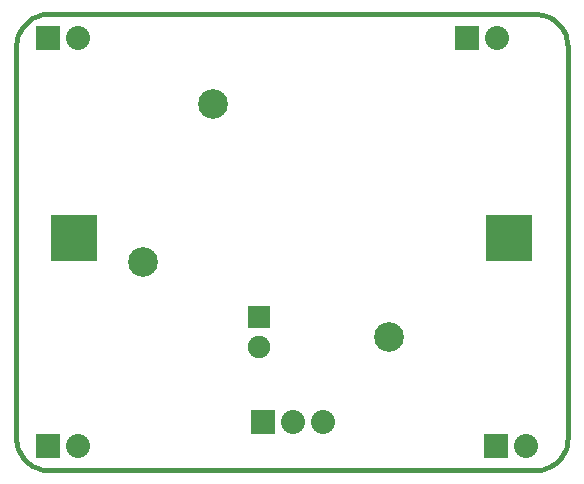
<source format=gbs>
G04 (created by PCBNEW-RS274X (2012-apr-16-27)-stable) date Sun 18 May 2014 21:07:07 BST*
G01*
G70*
G90*
%MOIN*%
G04 Gerber Fmt 3.4, Leading zero omitted, Abs format*
%FSLAX34Y34*%
G04 APERTURE LIST*
%ADD10C,0.006000*%
%ADD11C,0.015000*%
%ADD12R,0.080000X0.080000*%
%ADD13C,0.080000*%
%ADD14C,0.098700*%
%ADD15R,0.153900X0.153900*%
%ADD16R,0.075000X0.075000*%
%ADD17C,0.075000*%
G04 APERTURE END LIST*
G54D10*
G54D11*
X82168Y-42655D02*
X81900Y-42655D01*
X83261Y-28521D02*
X83261Y-28569D01*
X81887Y-27447D02*
X82174Y-27447D01*
X83264Y-28544D02*
X83264Y-41565D01*
X81890Y-27448D02*
X65975Y-27448D01*
X81890Y-42655D02*
X65975Y-42655D01*
X64882Y-41562D02*
X64882Y-28551D01*
X65964Y-27447D02*
X65870Y-27452D01*
X65776Y-27464D01*
X65684Y-27484D01*
X65594Y-27513D01*
X65507Y-27549D01*
X65423Y-27593D01*
X65343Y-27643D01*
X65268Y-27701D01*
X65199Y-27765D01*
X65135Y-27834D01*
X65077Y-27909D01*
X65027Y-27989D01*
X64983Y-28073D01*
X64947Y-28160D01*
X64918Y-28250D01*
X64898Y-28342D01*
X64886Y-28436D01*
X64881Y-28530D01*
X83262Y-28531D02*
X83257Y-28437D01*
X83245Y-28343D01*
X83225Y-28251D01*
X83196Y-28161D01*
X83160Y-28074D01*
X83116Y-27990D01*
X83066Y-27910D01*
X83008Y-27835D01*
X82944Y-27766D01*
X82875Y-27702D01*
X82800Y-27644D01*
X82720Y-27594D01*
X82636Y-27550D01*
X82549Y-27514D01*
X82459Y-27485D01*
X82367Y-27465D01*
X82273Y-27453D01*
X82179Y-27448D01*
X82181Y-42655D02*
X82275Y-42650D01*
X82369Y-42638D01*
X82461Y-42618D01*
X82551Y-42589D01*
X82638Y-42553D01*
X82722Y-42509D01*
X82802Y-42459D01*
X82877Y-42401D01*
X82946Y-42337D01*
X83010Y-42268D01*
X83068Y-42193D01*
X83118Y-42113D01*
X83162Y-42029D01*
X83198Y-41942D01*
X83227Y-41852D01*
X83247Y-41760D01*
X83259Y-41666D01*
X83264Y-41572D01*
X64882Y-41572D02*
X64887Y-41666D01*
X64899Y-41760D01*
X64919Y-41852D01*
X64948Y-41942D01*
X64984Y-42029D01*
X65028Y-42113D01*
X65078Y-42193D01*
X65136Y-42268D01*
X65200Y-42337D01*
X65269Y-42401D01*
X65344Y-42459D01*
X65424Y-42509D01*
X65508Y-42553D01*
X65595Y-42589D01*
X65685Y-42618D01*
X65777Y-42638D01*
X65871Y-42650D01*
X65965Y-42655D01*
G54D12*
X79912Y-28260D03*
G54D13*
X80912Y-28260D03*
G54D12*
X65932Y-28260D03*
G54D13*
X66932Y-28260D03*
G54D14*
X71437Y-30453D03*
X69094Y-35709D03*
X77303Y-38229D03*
G54D12*
X73122Y-41060D03*
G54D13*
X74122Y-41060D03*
X75122Y-41060D03*
G54D12*
X65932Y-41840D03*
G54D13*
X66932Y-41840D03*
G54D12*
X80892Y-41850D03*
G54D13*
X81892Y-41850D03*
G54D15*
X81312Y-34920D03*
X66812Y-34920D03*
G54D16*
X72972Y-37551D03*
G54D17*
X72972Y-38551D03*
M02*

</source>
